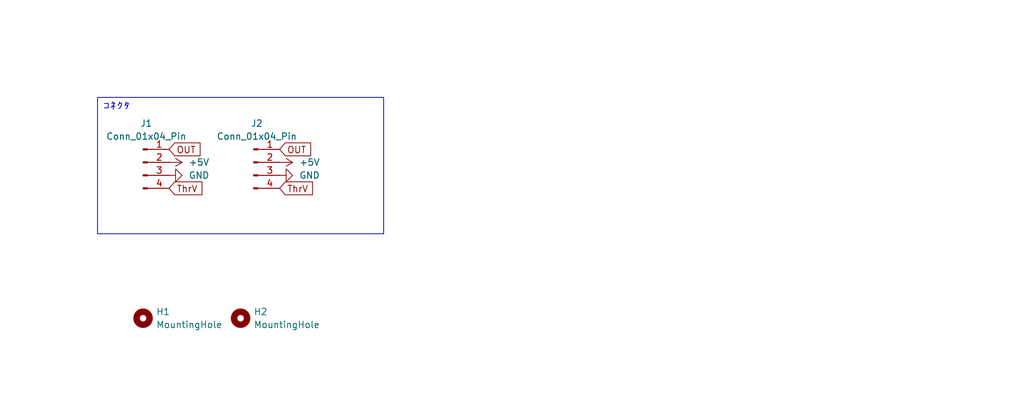
<source format=kicad_sch>
(kicad_sch (version 20250114) (generator "eeschema") (generator_version "9.0")
  (paper "User" 200 80)
  (title_block (title "Line Bridge") (company "VEGA 2025"))
  (lib_symbols
    (symbol "Connector:Conn_01x04_Pin" (pin_names (offset 1.016) (hide yes))
      (property "Reference" "J" (at 0 5.08 0))
      (property "Value" "Conn_01x04_Pin" (at 0 -7.62 0))
      (symbol "Conn_01x04_Pin_1_1"
        (rectangle (start 0.8636 2.667) (end 0 2.413) (stroke (width 0.1524)) (fill (type outline)))
        (rectangle (start 0.8636 0.127) (end 0 -0.127) (stroke (width 0.1524)) (fill (type outline)))
        (rectangle (start 0.8636 -2.413) (end 0 -2.667) (stroke (width 0.1524)) (fill (type outline)))
        (rectangle (start 0.8636 -4.953) (end 0 -5.207) (stroke (width 0.1524)) (fill (type outline)))
        (polyline (pts (xy 1.27 2.54) (xy 0.8636 2.54)) (stroke (width 0.1524)))
        (polyline (pts (xy 1.27 0) (xy 0.8636 0)) (stroke (width 0.1524)))
        (polyline (pts (xy 1.27 -2.54) (xy 0.8636 -2.54)) (stroke (width 0.1524)))
        (polyline (pts (xy 1.27 -5.08) (xy 0.8636 -5.08)) (stroke (width 0.1524)))
        (pin passive line (at 5.08 2.54 180) (length 3.81) (name "Pin_1") (number "1"))
        (pin passive line (at 5.08 0 180) (length 3.81) (name "Pin_2") (number "2"))
        (pin passive line (at 5.08 -2.54 180) (length 3.81) (name "Pin_3") (number "3"))
        (pin passive line (at 5.08 -5.08 180) (length 3.81) (name "Pin_4") (number "4"))
      )
    )
    (symbol "Mechanical:MountingHole" (pin_names (offset 1.016)) (exclude_from_sim yes) (in_bom no)
      (property "Reference" "H" (at 0 5.08 0))
      (property "Value" "MountingHole" (at 0 3.175 0))
      (symbol "MountingHole_0_1"
        (circle (center 0 0) (radius 1.27) (stroke (width 1.27)))
      )
    )
    (symbol "power:+5V" (power) (pin_numbers (hide yes)) (pin_names (offset 0) (hide yes))
      (property "Value" "+5V" (at 0 3.556 0))
      (symbol "+5V_0_1"
        (polyline (pts (xy -0.762 1.27) (xy 0 2.54)))
        (polyline (pts (xy 0 2.54) (xy 0.762 1.27)))
        (polyline (pts (xy 0 0) (xy 0 2.54)))
      )
      (symbol "+5V_1_1"
        (pin power_in line (at 0 0 90) (length 0) (name "~") (number "1"))
      )
    )
    (symbol "power:GND" (power) (pin_numbers (hide yes)) (pin_names (offset 0) (hide yes))
      (property "Value" "GND" (at 0 -3.81 0))
      (symbol "GND_0_1"
        (polyline (pts (xy 0 0) (xy 0 -1.27) (xy 1.27 -1.27) (xy 0 -2.54) (xy -1.27 -1.27) (xy 0 -1.27)))
      )
      (symbol "GND_1_1"
        (pin power_in line (at 0 0 270) (length 0) (name "~") (number "1"))
      )
    )
  )
  (text_box "コネクタ" (at 19.05 19.05 0) (size 55.88 26.67) (margins 0.9525 0.9525 0.9525 0.9525) (effects (font (size 1.27 1.27)) (justify left top)))
  (global_label "ThrV" (shape input) (at 54.61 36.83 0) (property "Intersheetrefs" "${INTERSHEET_REFS}" (effects (hide yes))))
  (global_label "ThrV" (shape input) (at 33.02 36.83 0) (property "Intersheetrefs" "${INTERSHEET_REFS}" (effects (hide yes))))
  (global_label "OUT" (shape input) (at 33.02 29.21 0) (property "Intersheetrefs" "${INTERSHEET_REFS}" (effects (hide yes))))
  (global_label "OUT" (shape input) (at 54.61 29.21 0) (property "Intersheetrefs" "${INTERSHEET_REFS}" (effects (hide yes))))
  (symbol (lib_id "power:GND") (at 33.02 34.29 90) (unit 1)
    (property "Reference" "#PWR02" (effects (hide yes)))
    (property "Value" "GND" (at 36.83 34.2899 90) (effects (justify right)))
    (property "Description" "Power symbol creates a global label with name \"GND\" , ground" (effects (hide yes)))
  )
  (symbol (lib_id "power:GND") (at 54.61 34.29 90) (unit 1)
    (property "Reference" "#PWR04" (effects (hide yes)))
    (property "Value" "GND" (at 58.42 34.2899 90) (effects (justify right)))
    (property "Description" "Power symbol creates a global label with name \"GND\" , ground" (effects (hide yes)))
  )
  (symbol (lib_id "Mechanical:MountingHole") (at 46.99 62.23 0) (unit 1) (exclude_from_sim yes) (in_bom no)
    (property "Reference" "H2" (at 49.53 60.9599 0) (effects (justify left)))
    (property "Value" "MountingHole" (at 49.53 63.4999 0) (effects (justify left)))
    (property "Footprint" "MountingHole:MountingHole_3.2mm_M3" (effects (hide yes)))
    (property "Description" "Mounting Hole without connection" (effects (hide yes)))
  )
  (symbol (lib_id "Connector:Conn_01x04_Pin") (at 27.94 31.75 0) (unit 1)
    (property "Reference" "J1" (at 28.575 24.13 0))
    (property "Value" "Conn_01x04_Pin" (at 28.575 26.67 0))
    (property "Footprint" "Connector_PinHeader_2.54mm:PinHeader_1x04_P2.54mm_Vertical" (effects (hide yes)))
    (property "Description" "Generic connector, single row, 01x04, script generated" (effects (hide yes)))
  )
  (symbol (lib_id "Connector:Conn_01x04_Pin") (at 49.53 31.75 0) (unit 1)
    (property "Reference" "J2" (at 50.165 24.13 0))
    (property "Value" "Conn_01x04_Pin" (at 50.165 26.67 0))
    (property "Footprint" "Connector_PinHeader_2.54mm:PinHeader_1x04_P2.54mm_Vertical" (effects (hide yes)))
    (property "Description" "Generic connector, single row, 01x04, script generated" (effects (hide yes)))
  )
  (symbol (lib_id "power:+5V") (at 54.61 31.75 270) (unit 1)
    (property "Reference" "#PWR03" (effects (hide yes)))
    (property "Value" "+5V" (at 58.42 31.7499 90) (effects (justify left)))
    (property "Description" "Power symbol creates a global label with name \"+5V\"" (effects (hide yes)))
  )
  (symbol (lib_id "Mechanical:MountingHole") (at 27.94 62.23 0) (unit 1) (exclude_from_sim yes) (in_bom no)
    (property "Reference" "H1" (at 30.48 60.9599 0) (effects (justify left)))
    (property "Value" "MountingHole" (at 30.48 63.4999 0) (effects (justify left)))
    (property "Footprint" "MountingHole:MountingHole_3.2mm_M3" (effects (hide yes)))
    (property "Description" "Mounting Hole without connection" (effects (hide yes)))
  )
  (symbol (lib_id "power:+5V") (at 33.02 31.75 270) (unit 1)
    (property "Reference" "#PWR01" (effects (hide yes)))
    (property "Value" "+5V" (at 36.83 31.7499 90) (effects (justify left)))
    (property "Description" "Power symbol creates a global label with name \"+5V\"" (effects (hide yes)))
  )
)
</source>
